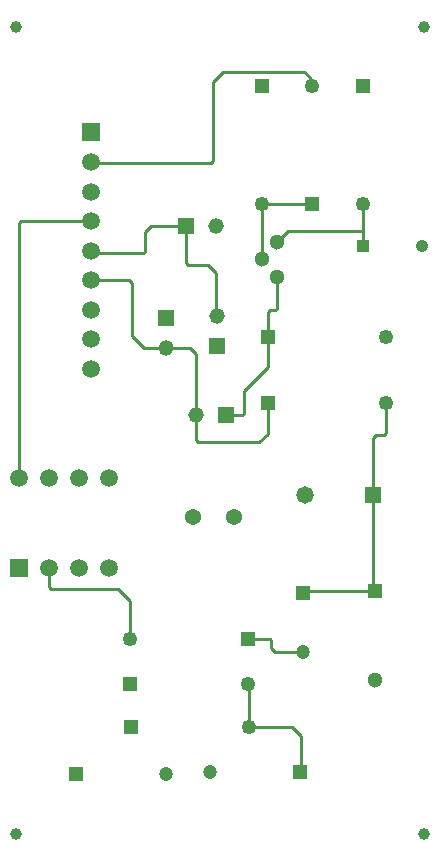
<source format=gtl>
G04*
G04 #@! TF.GenerationSoftware,Altium Limited,Altium Designer,24.9.1 (31)*
G04*
G04 Layer_Physical_Order=1*
G04 Layer_Color=255*
%FSLAX44Y44*%
%MOMM*%
G71*
G04*
G04 #@! TF.SameCoordinates,615AE811-4124-4B85-86CB-A8D5F2F7F980*
G04*
G04*
G04 #@! TF.FilePolarity,Positive*
G04*
G01*
G75*
%ADD15C,0.2540*%
%ADD20C,1.2500*%
%ADD21C,1.2000*%
%ADD22R,1.2000X1.2000*%
%ADD23R,1.2500X1.2500*%
%ADD24C,1.3716*%
%ADD25R,1.2500X1.2500*%
%ADD26C,1.3000*%
%ADD27R,1.3000X1.3000*%
%ADD28R,1.2000X1.2000*%
%ADD36C,1.4732*%
%ADD37R,1.4732X1.4732*%
%ADD38C,1.0000*%
%ADD39C,1.0500*%
%ADD40R,1.0500X1.0500*%
%ADD41R,1.3180X1.3180*%
%ADD42C,1.3180*%
%ADD43R,1.3180X1.3180*%
%ADD44C,1.5080*%
%ADD45R,1.5080X1.5080*%
%ADD46R,1.5000X1.5000*%
%ADD47C,1.5000*%
D15*
X323850Y535940D02*
Y560070D01*
Y524910D02*
Y535940D01*
X322580Y537210D02*
X323850Y535940D01*
X251460Y527930D02*
X260740Y537210D01*
X322580D01*
X323850Y524910D02*
X324250Y524510D01*
X251460Y527930D02*
X254291D01*
X33020Y543812D02*
X34508Y545300D01*
X33020Y327660D02*
Y543812D01*
X34508Y545300D02*
X93980D01*
X58420Y235168D02*
Y251460D01*
X59908Y233680D02*
X116840D01*
X58420Y235168D02*
X59908Y233680D01*
X116840D02*
X126530Y223990D01*
Y191770D02*
Y223990D01*
X270540Y78740D02*
X271780Y79980D01*
Y109220D01*
X264160Y116840D02*
X271780Y109220D01*
X227800Y116840D02*
X264160D01*
X227165Y117475D02*
X227800Y116840D01*
X226530Y153670D02*
X227165Y153035D01*
Y117475D02*
Y153035D01*
X226530Y191770D02*
X244892D01*
X246380Y184150D02*
Y190282D01*
X244892Y191770D02*
X246380Y190282D01*
Y184150D02*
X249790Y180740D01*
X273050D01*
Y230740D02*
X274120Y231810D01*
X334010D01*
X332740Y233080D02*
X334010Y231810D01*
X332740Y233080D02*
Y313690D01*
Y361950D01*
X341882Y364490D02*
X343370Y365978D01*
X332740Y361950D02*
X335280Y364490D01*
X343370Y365978D02*
Y391160D01*
X335280Y364490D02*
X341882D01*
X243370Y365290D02*
Y391160D01*
X236220Y358140D02*
X243370Y365290D01*
X182880Y359628D02*
Y381000D01*
Y359628D02*
X184368Y358140D01*
X236220D01*
X208280Y381000D02*
X222032D01*
X223520Y382488D02*
Y401605D01*
X222032Y381000D02*
X223520Y382488D01*
Y401605D02*
X243370Y421455D01*
Y447040D01*
X182880Y381000D02*
Y432852D01*
X177582Y438150D02*
X182880Y432852D01*
X274270Y671830D02*
X279012Y667089D01*
X196850Y662940D02*
X205740Y671830D01*
X274270D01*
X279012Y661258D02*
X280670Y659600D01*
X279012Y661258D02*
Y667089D01*
X196850Y595848D02*
Y662940D01*
X93980Y595300D02*
X94920Y594360D01*
X195362D01*
X196850Y595848D01*
X157480Y438150D02*
X177582D01*
X251460Y471388D02*
Y498230D01*
X249972Y469900D02*
X251460Y471388D01*
X244858Y469900D02*
X249972D01*
X243370Y447040D02*
Y468412D01*
X244858Y469900D01*
X238760Y513080D02*
Y559600D01*
X280670D01*
X93980Y495300D02*
X125512D01*
X128270Y492542D01*
Y448310D02*
Y492542D01*
Y448310D02*
X138430Y438150D01*
X157480D01*
X199390Y466090D02*
X200660Y464820D01*
X199390Y466090D02*
Y501650D01*
X193040Y508000D02*
X199390Y501650D01*
X173990Y509488D02*
X175478Y508000D01*
X193040D01*
X173990Y509488D02*
Y541020D01*
X144780D02*
X173990D01*
X138212Y518160D02*
X139700Y519648D01*
X96120Y518160D02*
X138212D01*
X139700Y519648D02*
Y535940D01*
X144780Y541020D01*
X93980Y520300D02*
X96120Y518160D01*
D20*
X323850Y560070D02*
D03*
X227800Y116840D02*
D03*
X126530Y191770D02*
D03*
X226530Y153670D02*
D03*
X343370Y391160D02*
D03*
X280670Y659600D02*
D03*
X343370Y447040D02*
D03*
X238760Y559600D02*
D03*
D21*
X157510Y77470D02*
D03*
X194280Y78740D02*
D03*
X273050Y180740D02*
D03*
D22*
X81250Y77470D02*
D03*
X270540Y78740D02*
D03*
D23*
X127800Y116840D02*
D03*
X226530Y191770D02*
D03*
X126530Y153670D02*
D03*
X243370Y391160D02*
D03*
Y447040D02*
D03*
D24*
X214630Y294640D02*
D03*
X179630D02*
D03*
D25*
X280670Y559600D02*
D03*
X323850Y660070D02*
D03*
X238760Y659600D02*
D03*
D26*
X251460Y527930D02*
D03*
X334010Y156810D02*
D03*
X238760Y513080D02*
D03*
X251460Y498230D02*
D03*
D27*
X334010Y231810D02*
D03*
D28*
X273050Y230740D02*
D03*
D36*
X274828Y313690D02*
D03*
D37*
X332740D02*
D03*
D38*
X375920Y26670D02*
D03*
X30480Y709930D02*
D03*
X375920D02*
D03*
X30480Y26670D02*
D03*
D39*
X374250Y524510D02*
D03*
D40*
X324250D02*
D03*
D41*
X173990Y541020D02*
D03*
X208280Y381000D02*
D03*
D42*
X199390Y541020D02*
D03*
X157480Y438150D02*
D03*
X182880Y381000D02*
D03*
X200660Y464820D02*
D03*
D43*
X157480Y463550D02*
D03*
X200660Y439420D02*
D03*
D44*
X93980Y470300D02*
D03*
Y420300D02*
D03*
Y445300D02*
D03*
Y495300D02*
D03*
Y520300D02*
D03*
Y595300D02*
D03*
Y545300D02*
D03*
Y570300D02*
D03*
D45*
Y620300D02*
D03*
D46*
X33020Y251460D02*
D03*
D47*
X58420D02*
D03*
X83820D02*
D03*
X109220D02*
D03*
X33020Y327660D02*
D03*
X58420D02*
D03*
X83820D02*
D03*
X109220D02*
D03*
M02*

</source>
